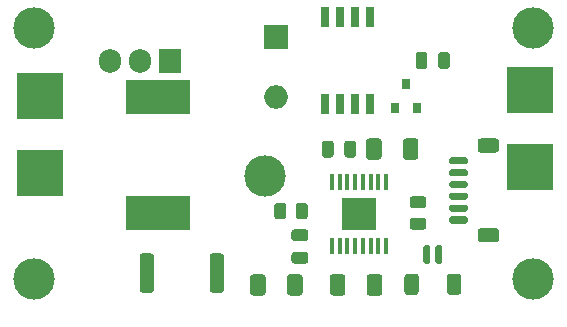
<source format=gbr>
%TF.GenerationSoftware,KiCad,Pcbnew,(5.1.9)-1*%
%TF.CreationDate,2021-04-21T21:59:07+08:00*%
%TF.ProjectId,xhp70-driver,78687037-302d-4647-9269-7665722e6b69,rev?*%
%TF.SameCoordinates,Original*%
%TF.FileFunction,Soldermask,Top*%
%TF.FilePolarity,Negative*%
%FSLAX46Y46*%
G04 Gerber Fmt 4.6, Leading zero omitted, Abs format (unit mm)*
G04 Created by KiCad (PCBNEW (5.1.9)-1) date 2021-04-21 21:59:07*
%MOMM*%
%LPD*%
G01*
G04 APERTURE LIST*
%ADD10R,0.800000X0.900000*%
%ADD11C,3.500000*%
%ADD12O,1.905000X2.000000*%
%ADD13R,1.905000X2.000000*%
%ADD14O,2.000000X2.000000*%
%ADD15R,2.000000X2.000000*%
%ADD16R,0.650000X1.700000*%
%ADD17R,2.940000X2.720000*%
%ADD18R,0.350000X1.400000*%
%ADD19R,5.400000X2.900000*%
%ADD20R,4.000000X4.000000*%
G04 APERTURE END LIST*
D10*
%TO.C,U3*%
X146000000Y-58000000D03*
X146950000Y-60000000D03*
X145050000Y-60000000D03*
%TD*%
%TO.C,C8*%
G36*
G01*
X148700000Y-56475000D02*
X148700000Y-55525000D01*
G75*
G02*
X148950000Y-55275000I250000J0D01*
G01*
X149450000Y-55275000D01*
G75*
G02*
X149700000Y-55525000I0J-250000D01*
G01*
X149700000Y-56475000D01*
G75*
G02*
X149450000Y-56725000I-250000J0D01*
G01*
X148950000Y-56725000D01*
G75*
G02*
X148700000Y-56475000I0J250000D01*
G01*
G37*
G36*
G01*
X146800000Y-56475000D02*
X146800000Y-55525000D01*
G75*
G02*
X147050000Y-55275000I250000J0D01*
G01*
X147550000Y-55275000D01*
G75*
G02*
X147800000Y-55525000I0J-250000D01*
G01*
X147800000Y-56475000D01*
G75*
G02*
X147550000Y-56725000I-250000J0D01*
G01*
X147050000Y-56725000D01*
G75*
G02*
X146800000Y-56475000I0J250000D01*
G01*
G37*
%TD*%
D11*
%TO.C,H3*%
X156750000Y-74500000D03*
%TD*%
%TO.C,J2*%
G36*
G01*
X152299999Y-70200000D02*
X153600001Y-70200000D01*
G75*
G02*
X153850000Y-70449999I0J-249999D01*
G01*
X153850000Y-71150001D01*
G75*
G02*
X153600001Y-71400000I-249999J0D01*
G01*
X152299999Y-71400000D01*
G75*
G02*
X152050000Y-71150001I0J249999D01*
G01*
X152050000Y-70449999D01*
G75*
G02*
X152299999Y-70200000I249999J0D01*
G01*
G37*
G36*
G01*
X152299999Y-62600000D02*
X153600001Y-62600000D01*
G75*
G02*
X153850000Y-62849999I0J-249999D01*
G01*
X153850000Y-63550001D01*
G75*
G02*
X153600001Y-63800000I-249999J0D01*
G01*
X152299999Y-63800000D01*
G75*
G02*
X152050000Y-63550001I0J249999D01*
G01*
X152050000Y-62849999D01*
G75*
G02*
X152299999Y-62600000I249999J0D01*
G01*
G37*
G36*
G01*
X149800000Y-69200000D02*
X151050000Y-69200000D01*
G75*
G02*
X151200000Y-69350000I0J-150000D01*
G01*
X151200000Y-69650000D01*
G75*
G02*
X151050000Y-69800000I-150000J0D01*
G01*
X149800000Y-69800000D01*
G75*
G02*
X149650000Y-69650000I0J150000D01*
G01*
X149650000Y-69350000D01*
G75*
G02*
X149800000Y-69200000I150000J0D01*
G01*
G37*
G36*
G01*
X149800000Y-68200000D02*
X151050000Y-68200000D01*
G75*
G02*
X151200000Y-68350000I0J-150000D01*
G01*
X151200000Y-68650000D01*
G75*
G02*
X151050000Y-68800000I-150000J0D01*
G01*
X149800000Y-68800000D01*
G75*
G02*
X149650000Y-68650000I0J150000D01*
G01*
X149650000Y-68350000D01*
G75*
G02*
X149800000Y-68200000I150000J0D01*
G01*
G37*
G36*
G01*
X149800000Y-67200000D02*
X151050000Y-67200000D01*
G75*
G02*
X151200000Y-67350000I0J-150000D01*
G01*
X151200000Y-67650000D01*
G75*
G02*
X151050000Y-67800000I-150000J0D01*
G01*
X149800000Y-67800000D01*
G75*
G02*
X149650000Y-67650000I0J150000D01*
G01*
X149650000Y-67350000D01*
G75*
G02*
X149800000Y-67200000I150000J0D01*
G01*
G37*
G36*
G01*
X149800000Y-66200000D02*
X151050000Y-66200000D01*
G75*
G02*
X151200000Y-66350000I0J-150000D01*
G01*
X151200000Y-66650000D01*
G75*
G02*
X151050000Y-66800000I-150000J0D01*
G01*
X149800000Y-66800000D01*
G75*
G02*
X149650000Y-66650000I0J150000D01*
G01*
X149650000Y-66350000D01*
G75*
G02*
X149800000Y-66200000I150000J0D01*
G01*
G37*
G36*
G01*
X149800000Y-65200000D02*
X151050000Y-65200000D01*
G75*
G02*
X151200000Y-65350000I0J-150000D01*
G01*
X151200000Y-65650000D01*
G75*
G02*
X151050000Y-65800000I-150000J0D01*
G01*
X149800000Y-65800000D01*
G75*
G02*
X149650000Y-65650000I0J150000D01*
G01*
X149650000Y-65350000D01*
G75*
G02*
X149800000Y-65200000I150000J0D01*
G01*
G37*
G36*
G01*
X149800000Y-64200000D02*
X151050000Y-64200000D01*
G75*
G02*
X151200000Y-64350000I0J-150000D01*
G01*
X151200000Y-64650000D01*
G75*
G02*
X151050000Y-64800000I-150000J0D01*
G01*
X149800000Y-64800000D01*
G75*
G02*
X149650000Y-64650000I0J150000D01*
G01*
X149650000Y-64350000D01*
G75*
G02*
X149800000Y-64200000I150000J0D01*
G01*
G37*
%TD*%
D12*
%TO.C,Q1*%
X120920000Y-56000000D03*
X123460000Y-56000000D03*
D13*
X126000000Y-56000000D03*
%TD*%
D14*
%TO.C,D1*%
X135000000Y-59080000D03*
D15*
X135000000Y-54000000D03*
%TD*%
D16*
%TO.C,U2*%
X139095000Y-52350000D03*
X140365000Y-52350000D03*
X141635000Y-52350000D03*
X142905000Y-52350000D03*
X142905000Y-59650000D03*
X141635000Y-59650000D03*
X140365000Y-59650000D03*
X139095000Y-59650000D03*
%TD*%
D17*
%TO.C,U1*%
X142000000Y-69000000D03*
D18*
X139725000Y-66300000D03*
X139725000Y-71700000D03*
X140375000Y-66300000D03*
X140375000Y-71700000D03*
X141025000Y-66300000D03*
X141025000Y-71700000D03*
X141675000Y-66300000D03*
X141675000Y-71700000D03*
X142325000Y-66300000D03*
X142325000Y-71700000D03*
X142975000Y-66300000D03*
X142975000Y-71700000D03*
X143625000Y-66300000D03*
X143625000Y-71700000D03*
X144275000Y-66300000D03*
X144275000Y-71700000D03*
%TD*%
%TO.C,R5*%
G36*
G01*
X147050000Y-74299999D02*
X147050000Y-75600001D01*
G75*
G02*
X146800001Y-75850000I-249999J0D01*
G01*
X146099999Y-75850000D01*
G75*
G02*
X145850000Y-75600001I0J249999D01*
G01*
X145850000Y-74299999D01*
G75*
G02*
X146099999Y-74050000I249999J0D01*
G01*
X146800001Y-74050000D01*
G75*
G02*
X147050000Y-74299999I0J-249999D01*
G01*
G37*
G36*
G01*
X150650000Y-74299999D02*
X150650000Y-75600001D01*
G75*
G02*
X150400001Y-75850000I-249999J0D01*
G01*
X149699999Y-75850000D01*
G75*
G02*
X149450000Y-75600001I0J249999D01*
G01*
X149450000Y-74299999D01*
G75*
G02*
X149699999Y-74050000I249999J0D01*
G01*
X150400001Y-74050000D01*
G75*
G02*
X150650000Y-74299999I0J-249999D01*
G01*
G37*
G36*
G01*
X148050000Y-71800000D02*
X148050000Y-73050000D01*
G75*
G02*
X147900000Y-73200000I-150000J0D01*
G01*
X147600000Y-73200000D01*
G75*
G02*
X147450000Y-73050000I0J150000D01*
G01*
X147450000Y-71800000D01*
G75*
G02*
X147600000Y-71650000I150000J0D01*
G01*
X147900000Y-71650000D01*
G75*
G02*
X148050000Y-71800000I0J-150000D01*
G01*
G37*
G36*
G01*
X149050000Y-71800000D02*
X149050000Y-73050000D01*
G75*
G02*
X148900000Y-73200000I-150000J0D01*
G01*
X148600000Y-73200000D01*
G75*
G02*
X148450000Y-73050000I0J150000D01*
G01*
X148450000Y-71800000D01*
G75*
G02*
X148600000Y-71650000I150000J0D01*
G01*
X148900000Y-71650000D01*
G75*
G02*
X149050000Y-71800000I0J-150000D01*
G01*
G37*
%TD*%
%TO.C,R4*%
G36*
G01*
X147450002Y-68512500D02*
X146549998Y-68512500D01*
G75*
G02*
X146300000Y-68262502I0J249998D01*
G01*
X146300000Y-67737498D01*
G75*
G02*
X146549998Y-67487500I249998J0D01*
G01*
X147450002Y-67487500D01*
G75*
G02*
X147700000Y-67737498I0J-249998D01*
G01*
X147700000Y-68262502D01*
G75*
G02*
X147450002Y-68512500I-249998J0D01*
G01*
G37*
G36*
G01*
X147450002Y-70337500D02*
X146549998Y-70337500D01*
G75*
G02*
X146300000Y-70087502I0J249998D01*
G01*
X146300000Y-69562498D01*
G75*
G02*
X146549998Y-69312500I249998J0D01*
G01*
X147450002Y-69312500D01*
G75*
G02*
X147700000Y-69562498I0J-249998D01*
G01*
X147700000Y-70087502D01*
G75*
G02*
X147450002Y-70337500I-249998J0D01*
G01*
G37*
%TD*%
%TO.C,R3*%
G36*
G01*
X136650000Y-69200002D02*
X136650000Y-68299998D01*
G75*
G02*
X136899998Y-68050000I249998J0D01*
G01*
X137425002Y-68050000D01*
G75*
G02*
X137675000Y-68299998I0J-249998D01*
G01*
X137675000Y-69200002D01*
G75*
G02*
X137425002Y-69450000I-249998J0D01*
G01*
X136899998Y-69450000D01*
G75*
G02*
X136650000Y-69200002I0J249998D01*
G01*
G37*
G36*
G01*
X134825000Y-69200002D02*
X134825000Y-68299998D01*
G75*
G02*
X135074998Y-68050000I249998J0D01*
G01*
X135600002Y-68050000D01*
G75*
G02*
X135850000Y-68299998I0J-249998D01*
G01*
X135850000Y-69200002D01*
G75*
G02*
X135600002Y-69450000I-249998J0D01*
G01*
X135074998Y-69450000D01*
G75*
G02*
X134825000Y-69200002I0J249998D01*
G01*
G37*
%TD*%
%TO.C,R1*%
G36*
G01*
X124650000Y-72574999D02*
X124650000Y-75425001D01*
G75*
G02*
X124400001Y-75675000I-249999J0D01*
G01*
X123674999Y-75675000D01*
G75*
G02*
X123425000Y-75425001I0J249999D01*
G01*
X123425000Y-72574999D01*
G75*
G02*
X123674999Y-72325000I249999J0D01*
G01*
X124400001Y-72325000D01*
G75*
G02*
X124650000Y-72574999I0J-249999D01*
G01*
G37*
G36*
G01*
X130575000Y-72574999D02*
X130575000Y-75425001D01*
G75*
G02*
X130325001Y-75675000I-249999J0D01*
G01*
X129599999Y-75675000D01*
G75*
G02*
X129350000Y-75425001I0J249999D01*
G01*
X129350000Y-72574999D01*
G75*
G02*
X129599999Y-72325000I249999J0D01*
G01*
X130325001Y-72325000D01*
G75*
G02*
X130575000Y-72574999I0J-249999D01*
G01*
G37*
%TD*%
D19*
%TO.C,L1*%
X125000000Y-59050000D03*
X125000000Y-68950000D03*
%TD*%
D20*
%TO.C,J1*%
X156500000Y-65000000D03*
X156500000Y-58500000D03*
%TD*%
%TO.C,D2*%
X115000000Y-59000000D03*
X115000000Y-65500000D03*
%TD*%
%TO.C,C6*%
G36*
G01*
X139850000Y-63025000D02*
X139850000Y-63975000D01*
G75*
G02*
X139600000Y-64225000I-250000J0D01*
G01*
X139100000Y-64225000D01*
G75*
G02*
X138850000Y-63975000I0J250000D01*
G01*
X138850000Y-63025000D01*
G75*
G02*
X139100000Y-62775000I250000J0D01*
G01*
X139600000Y-62775000D01*
G75*
G02*
X139850000Y-63025000I0J-250000D01*
G01*
G37*
G36*
G01*
X141750000Y-63025000D02*
X141750000Y-63975000D01*
G75*
G02*
X141500000Y-64225000I-250000J0D01*
G01*
X141000000Y-64225000D01*
G75*
G02*
X140750000Y-63975000I0J250000D01*
G01*
X140750000Y-63025000D01*
G75*
G02*
X141000000Y-62775000I250000J0D01*
G01*
X141500000Y-62775000D01*
G75*
G02*
X141750000Y-63025000I0J-250000D01*
G01*
G37*
%TD*%
%TO.C,C5*%
G36*
G01*
X136525000Y-72200000D02*
X137475000Y-72200000D01*
G75*
G02*
X137725000Y-72450000I0J-250000D01*
G01*
X137725000Y-72950000D01*
G75*
G02*
X137475000Y-73200000I-250000J0D01*
G01*
X136525000Y-73200000D01*
G75*
G02*
X136275000Y-72950000I0J250000D01*
G01*
X136275000Y-72450000D01*
G75*
G02*
X136525000Y-72200000I250000J0D01*
G01*
G37*
G36*
G01*
X136525000Y-70300000D02*
X137475000Y-70300000D01*
G75*
G02*
X137725000Y-70550000I0J-250000D01*
G01*
X137725000Y-71050000D01*
G75*
G02*
X137475000Y-71300000I-250000J0D01*
G01*
X136525000Y-71300000D01*
G75*
G02*
X136275000Y-71050000I0J250000D01*
G01*
X136275000Y-70550000D01*
G75*
G02*
X136525000Y-70300000I250000J0D01*
G01*
G37*
%TD*%
%TO.C,C4*%
G36*
G01*
X145712500Y-64150003D02*
X145712500Y-62849997D01*
G75*
G02*
X145962497Y-62600000I249997J0D01*
G01*
X146787503Y-62600000D01*
G75*
G02*
X147037500Y-62849997I0J-249997D01*
G01*
X147037500Y-64150003D01*
G75*
G02*
X146787503Y-64400000I-249997J0D01*
G01*
X145962497Y-64400000D01*
G75*
G02*
X145712500Y-64150003I0J249997D01*
G01*
G37*
G36*
G01*
X142587500Y-64150003D02*
X142587500Y-62849997D01*
G75*
G02*
X142837497Y-62600000I249997J0D01*
G01*
X143662503Y-62600000D01*
G75*
G02*
X143912500Y-62849997I0J-249997D01*
G01*
X143912500Y-64150003D01*
G75*
G02*
X143662503Y-64400000I-249997J0D01*
G01*
X142837497Y-64400000D01*
G75*
G02*
X142587500Y-64150003I0J249997D01*
G01*
G37*
%TD*%
%TO.C,C3*%
G36*
G01*
X135900000Y-75650003D02*
X135900000Y-74349997D01*
G75*
G02*
X136149997Y-74100000I249997J0D01*
G01*
X136975003Y-74100000D01*
G75*
G02*
X137225000Y-74349997I0J-249997D01*
G01*
X137225000Y-75650003D01*
G75*
G02*
X136975003Y-75900000I-249997J0D01*
G01*
X136149997Y-75900000D01*
G75*
G02*
X135900000Y-75650003I0J249997D01*
G01*
G37*
G36*
G01*
X132775000Y-75650003D02*
X132775000Y-74349997D01*
G75*
G02*
X133024997Y-74100000I249997J0D01*
G01*
X133850003Y-74100000D01*
G75*
G02*
X134100000Y-74349997I0J-249997D01*
G01*
X134100000Y-75650003D01*
G75*
G02*
X133850003Y-75900000I-249997J0D01*
G01*
X133024997Y-75900000D01*
G75*
G02*
X132775000Y-75650003I0J249997D01*
G01*
G37*
%TD*%
%TO.C,C2*%
G36*
G01*
X142650000Y-75650003D02*
X142650000Y-74349997D01*
G75*
G02*
X142899997Y-74100000I249997J0D01*
G01*
X143725003Y-74100000D01*
G75*
G02*
X143975000Y-74349997I0J-249997D01*
G01*
X143975000Y-75650003D01*
G75*
G02*
X143725003Y-75900000I-249997J0D01*
G01*
X142899997Y-75900000D01*
G75*
G02*
X142650000Y-75650003I0J249997D01*
G01*
G37*
G36*
G01*
X139525000Y-75650003D02*
X139525000Y-74349997D01*
G75*
G02*
X139774997Y-74100000I249997J0D01*
G01*
X140600003Y-74100000D01*
G75*
G02*
X140850000Y-74349997I0J-249997D01*
G01*
X140850000Y-75650003D01*
G75*
G02*
X140600003Y-75900000I-249997J0D01*
G01*
X139774997Y-75900000D01*
G75*
G02*
X139525000Y-75650003I0J249997D01*
G01*
G37*
%TD*%
D11*
%TO.C,H1*%
X114500000Y-53250000D03*
%TD*%
%TO.C,H5*%
X134000000Y-65750000D03*
%TD*%
%TO.C,H4*%
X156750000Y-53250000D03*
%TD*%
%TO.C,H2*%
X114500000Y-74500000D03*
%TD*%
M02*

</source>
